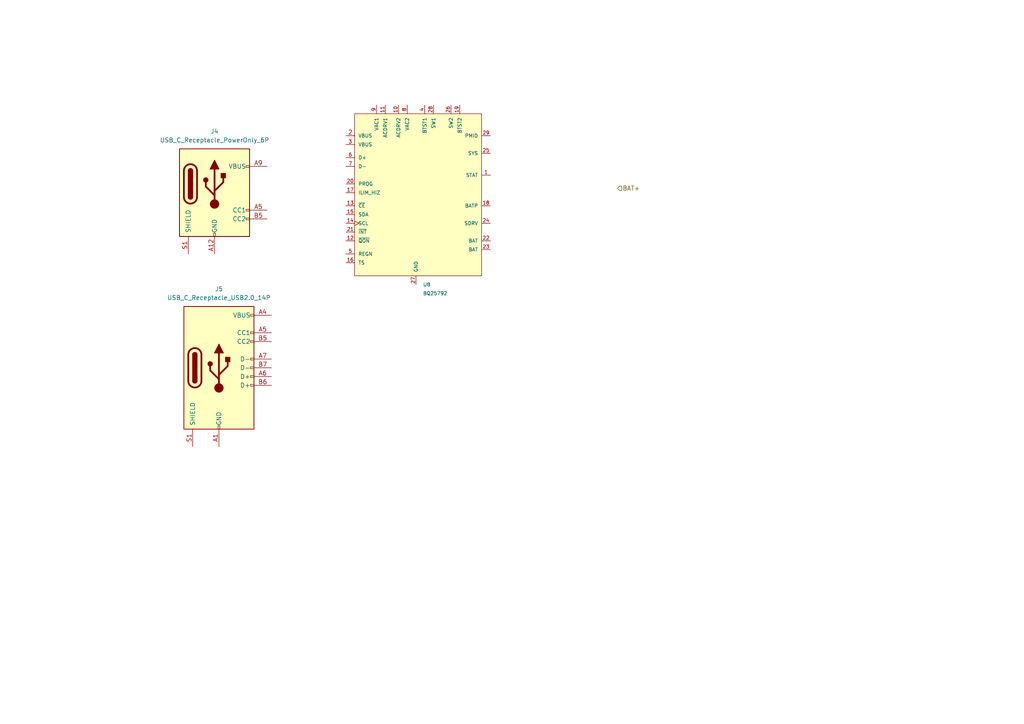
<source format=kicad_sch>
(kicad_sch (version 20231120) (generator "eeschema") (generator_version "8.0")
  (paper "A4")
  (lib_symbols
    (symbol "Connector:USB_C_Receptacle_PowerOnly_6P" (pin_names (offset 1.016))
      (property "Reference" "J" (at 0 16.51 0))
      (property "Value" "USB_C_Receptacle_PowerOnly_6P" (at 0 13.97 0))
      (symbol "USB_C_Receptacle_PowerOnly_6P_0_0"
        (rectangle (start -0.254 -12.7) (end 0.254 -11.684))
        (rectangle (start 10.16 -7.366) (end 9.144 -7.874))
        (rectangle (start 10.16 -4.826) (end 9.144 -5.334))
        (rectangle (start 10.16 7.874) (end 9.144 7.366))
      )
      (symbol "USB_C_Receptacle_PowerOnly_6P_0_1"
        (rectangle (start -10.16 12.7) (end 10.16 -12.7) (stroke (width 0.254)) (fill (type background)))
        (arc (start -8.89 -1.27) (mid -6.985 -3.1667) (end -5.08 -1.27) (stroke (width 0.508)))
        (arc (start -7.62 -1.27) (mid -6.985 -1.9023) (end -6.35 -1.27) (stroke (width 0.254)))
        (arc (start -7.62 -1.27) (mid -6.985 -1.9023) (end -6.35 -1.27) (stroke (width 0.254)) (fill (type outline)))
        (rectangle (start -7.62 -1.27) (end -6.35 6.35) (stroke (width 0.254)) (fill (type outline)))
        (arc (start -6.35 6.35) (mid -6.985 6.9823) (end -7.62 6.35) (stroke (width 0.254)))
        (arc (start -6.35 6.35) (mid -6.985 6.9823) (end -7.62 6.35) (stroke (width 0.254)) (fill (type outline)))
        (arc (start -5.08 6.35) (mid -6.985 8.2467) (end -8.89 6.35) (stroke (width 0.508)))
        (circle (center -2.54 3.683) (radius 0.635) (stroke (width 0.254)) (fill (type outline)))
        (circle (center 0 -3.302) (radius 1.27) (fill (type outline)))
        (polyline (pts (xy -8.89 -1.27) (xy -8.89 6.35)) (stroke (width 0.508)))
        (polyline (pts (xy -5.08 6.35) (xy -5.08 -1.27)) (stroke (width 0.508)))
        (polyline (pts (xy 0 -3.302) (xy 0 6.858)) (stroke (width 0.508)))
        (polyline (pts (xy 0 -0.762) (xy -2.54 1.778) (xy -2.54 3.048)) (stroke (width 0.508)))
        (polyline (pts (xy 0 0.508) (xy 2.54 3.048) (xy 2.54 4.318)) (stroke (width 0.508)))
        (polyline (pts (xy -1.27 6.858) (xy 0 9.398) (xy 1.27 6.858) (xy -1.27 6.858)) (stroke (width 0.254)) (fill (type outline)))
        (rectangle (start 1.905 4.318) (end 3.175 5.588) (stroke (width 0.254)) (fill (type outline)))
      )
      (symbol "USB_C_Receptacle_PowerOnly_6P_1_1"
        (pin passive line (at 0 -17.78 90) (length 5.08) (name "GND") (number "A12"))
        (pin bidirectional line (at 15.24 -5.08 180) (length 5.08) (name "CC1") (number "A5"))
        (pin passive line (at 15.24 7.62 180) (length 5.08) (name "VBUS") (number "A9"))
        (pin passive line (at 0 -17.78 90) (length 5.08) hide (name "GND") (number "B12"))
        (pin bidirectional line (at 15.24 -7.62 180) (length 5.08) (name "CC2") (number "B5"))
        (pin passive line (at 15.24 7.62 180) (length 5.08) hide (name "VBUS") (number "B9"))
        (pin passive line (at -7.62 -17.78 90) (length 5.08) (name "SHIELD") (number "S1"))
      )
    )
    (symbol "Connector:USB_C_Receptacle_USB2.0_14P" (pin_names (offset 1.016))
      (property "Reference" "J" (at 0 22.225 0))
      (property "Value" "USB_C_Receptacle_USB2.0_14P" (at 0 19.685 0))
      (symbol "USB_C_Receptacle_USB2.0_14P_0_0"
        (rectangle (start -0.254 -17.78) (end 0.254 -16.764))
        (rectangle (start 10.16 -4.826) (end 9.144 -5.334))
        (rectangle (start 10.16 -2.286) (end 9.144 -2.794))
        (rectangle (start 10.16 0.254) (end 9.144 -0.254))
        (rectangle (start 10.16 2.794) (end 9.144 2.286))
        (rectangle (start 10.16 7.874) (end 9.144 7.366))
        (rectangle (start 10.16 10.414) (end 9.144 9.906))
        (rectangle (start 10.16 15.494) (end 9.144 14.986))
      )
      (symbol "USB_C_Receptacle_USB2.0_14P_0_1"
        (rectangle (start -10.16 17.78) (end 10.16 -17.78) (stroke (width 0.254)) (fill (type background)))
        (arc (start -8.89 -3.81) (mid -6.985 -5.7067) (end -5.08 -3.81) (stroke (width 0.508)))
        (arc (start -7.62 -3.81) (mid -6.985 -4.4423) (end -6.35 -3.81) (stroke (width 0.254)))
        (arc (start -7.62 -3.81) (mid -6.985 -4.4423) (end -6.35 -3.81) (stroke (width 0.254)) (fill (type outline)))
        (rectangle (start -7.62 -3.81) (end -6.35 3.81) (stroke (width 0.254)) (fill (type outline)))
        (arc (start -6.35 3.81) (mid -6.985 4.4423) (end -7.62 3.81) (stroke (width 0.254)))
        (arc (start -6.35 3.81) (mid -6.985 4.4423) (end -7.62 3.81) (stroke (width 0.254)) (fill (type outline)))
        (arc (start -5.08 3.81) (mid -6.985 5.7067) (end -8.89 3.81) (stroke (width 0.508)))
        (circle (center -2.54 1.143) (radius 0.635) (stroke (width 0.254)) (fill (type outline)))
        (circle (center 0 -5.842) (radius 1.27) (fill (type outline)))
        (polyline (pts (xy -8.89 -3.81) (xy -8.89 3.81)) (stroke (width 0.508)))
        (polyline (pts (xy -5.08 3.81) (xy -5.08 -3.81)) (stroke (width 0.508)))
        (polyline (pts (xy 0 -5.842) (xy 0 4.318)) (stroke (width 0.508)))
        (polyline (pts (xy 0 -3.302) (xy -2.54 -0.762) (xy -2.54 0.508)) (stroke (width 0.508)))
        (polyline (pts (xy 0 -2.032) (xy 2.54 0.508) (xy 2.54 1.778)) (stroke (width 0.508)))
        (polyline (pts (xy -1.27 4.318) (xy 0 6.858) (xy 1.27 4.318) (xy -1.27 4.318)) (stroke (width 0.254)) (fill (type outline)))
        (rectangle (start 1.905 1.778) (end 3.175 3.048) (stroke (width 0.254)) (fill (type outline)))
      )
      (symbol "USB_C_Receptacle_USB2.0_14P_1_1"
        (pin passive line (at 0 -22.86 90) (length 5.08) (name "GND") (number "A1"))
        (pin passive line (at 0 -22.86 90) (length 5.08) hide (name "GND") (number "A12"))
        (pin passive line (at 15.24 15.24 180) (length 5.08) (name "VBUS") (number "A4"))
        (pin bidirectional line (at 15.24 10.16 180) (length 5.08) (name "CC1") (number "A5"))
        (pin bidirectional line (at 15.24 -2.54 180) (length 5.08) (name "D+") (number "A6"))
        (pin bidirectional line (at 15.24 2.54 180) (length 5.08) (name "D-") (number "A7"))
        (pin passive line (at 15.24 15.24 180) (length 5.08) hide (name "VBUS") (number "A9"))
        (pin passive line (at 0 -22.86 90) (length 5.08) hide (name "GND") (number "B1"))
        (pin passive line (at 0 -22.86 90) (length 5.08) hide (name "GND") (number "B12"))
        (pin passive line (at 15.24 15.24 180) (length 5.08) hide (name "VBUS") (number "B4"))
        (pin bidirectional line (at 15.24 7.62 180) (length 5.08) (name "CC2") (number "B5"))
        (pin bidirectional line (at 15.24 -5.08 180) (length 5.08) (name "D+") (number "B6"))
        (pin bidirectional line (at 15.24 0 180) (length 5.08) (name "D-") (number "B7"))
        (pin passive line (at 15.24 15.24 180) (length 5.08) hide (name "VBUS") (number "B9"))
        (pin passive line (at -7.62 -22.86 90) (length 5.08) (name "SHIELD") (number "S1"))
      )
    )
    (symbol "myLib:BQ25792" (pin_names (offset 1.016))
      (property "Reference" "U" (at -17.272 -24.13 0))
      (property "Value" "BQ25792" (at 15.494 -24.384 0))
      (symbol "BQ25792_0_1"
        (polyline (pts (xy -17.78 24.13) (xy 19.05 24.13) (xy 19.05 -22.86) (xy -17.78 -22.86) (xy -17.78 24.13)) (fill (type background)))
      )
      (symbol "BQ25792_1_1"
        (pin open_collector line (at 21.59 6.35 180) (length 2.54) (name "STAT") (number "1"))
        (pin power_out line (at -5.08 26.67 270) (length 2.54) (name "ACDRV2") (number "10"))
        (pin power_out line (at -8.89 26.67 270) (length 2.54) (name "ACDRV1") (number "11"))
        (pin open_collector line (at -20.32 -12.7 0) (length 2.54) (name "~{QON}") (number "12"))
        (pin open_collector line (at -20.32 -2.54 0) (length 2.54) (name "~{CE}") (number "13"))
        (pin input clock (at -20.32 -7.62 0) (length 2.54) (name "SCL") (number "14"))
        (pin bidirectional line (at -20.32 -5.08 0) (length 2.54) (name "SDA") (number "15"))
        (pin input line (at -20.32 -19.05 0) (length 2.54) (name "TS") (number "16"))
        (pin input line (at -20.32 1.27 0) (length 2.54) (name "ILIM_HIZ") (number "17"))
        (pin power_out line (at 21.59 -2.54 180) (length 2.54) (name "BATP") (number "18"))
        (pin power_out line (at 12.7 26.67 270) (length 2.54) (name "BTST2") (number "19"))
        (pin power_in line (at -20.32 17.78 0) (length 2.54) (name "VBUS") (number "2"))
        (pin input line (at -20.32 3.81 0) (length 2.54) (name "PROG") (number "20"))
        (pin output line (at -20.32 -10.16 0) (length 2.54) (name "~{INT}") (number "21"))
        (pin power_out line (at 21.59 -12.7 180) (length 2.54) (name "BAT") (number "22"))
        (pin power_out line (at 21.59 -15.24 180) (length 2.54) (name "BAT") (number "23"))
        (pin power_out line (at 21.59 -7.62 180) (length 2.54) (name "SDRV") (number "24"))
        (pin power_out line (at 21.59 12.7 180) (length 2.54) (name "SYS") (number "25"))
        (pin power_out line (at 10.16 26.67 270) (length 2.54) (name "SW2") (number "26"))
        (pin power_in line (at 0 -25.4 90) (length 2.54) (name "GND") (number "27"))
        (pin power_out line (at 5.08 26.67 270) (length 2.54) (name "SW1") (number "28"))
        (pin power_out line (at 21.59 17.78 180) (length 2.54) (name "PMID") (number "29"))
        (pin power_in line (at -20.32 15.24 0) (length 2.54) (name "VBUS") (number "3"))
        (pin power_in line (at 2.54 26.67 270) (length 2.54) (name "BTST1") (number "4"))
        (pin power_out line (at -20.32 -16.51 0) (length 2.54) (name "REGN") (number "5"))
        (pin bidirectional line (at -20.32 11.43 0) (length 2.54) (name "D+") (number "6"))
        (pin bidirectional line (at -20.32 8.89 0) (length 2.54) (name "D-") (number "7"))
        (pin power_in line (at -2.54 26.67 270) (length 2.54) (name "VAC2") (number "8"))
        (pin power_in line (at -11.43 26.67 270) (length 2.54) (name "VAC1") (number "9"))
      )
    )
  )
  (hierarchical_label "BAT+" (shape input) (at 179.07 54.61 0))
  (symbol (lib_id "Connector:USB_C_Receptacle_USB2.0_14P") (at 63.5 106.68 0) (unit 1)
    (property "Reference" "J5" (at 63.5 83.82 0))
    (property "Value" "USB_C_Receptacle_USB2.0_14P" (at 63.5 86.36 0))
    (property "Datasheet" "https://www.usb.org/sites/default/files/documents/usb_type-c.zip" (effects (hide yes)))
    (property "Description" "USB 2.0-only 14P Type-C Receptacle connector" (effects (hide yes)))
  )
  (symbol (lib_id "myLib:BQ25792") (at 120.65 57.15 0) (unit 1)
    (property "Reference" "U8" (at 122.6694 82.55 0) (effects (font (size 1.016 1.016)) (justify left)))
    (property "Value" "BQ25792" (at 122.6694 85.09 0) (effects (font (size 1.016 1.016)) (justify left)))
  )
  (symbol (lib_id "Connector:USB_C_Receptacle_PowerOnly_6P") (at 62.23 55.88 0) (unit 1)
    (property "Reference" "J4" (at 62.23 38.1 0))
    (property "Value" "USB_C_Receptacle_PowerOnly_6P" (at 62.23 40.64 0))
    (property "Datasheet" "https://www.usb.org/sites/default/files/documents/usb_type-c.zip" (effects (hide yes)))
    (property "Description" "USB Power-Only 6P Type-C Receptacle connector" (effects (hide yes)))
  )
)
</source>
